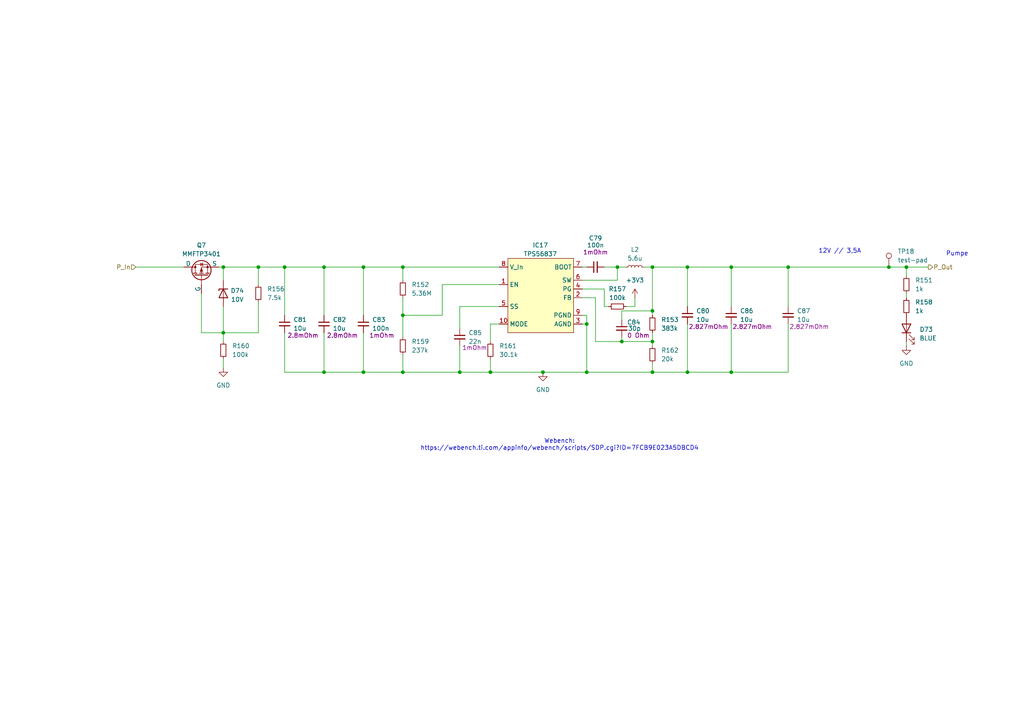
<source format=kicad_sch>
(kicad_sch (version 20231120) (generator "eeschema") (generator_version "8.0")
  (paper "A4")
  (title_block (title "PDU FT25") (date "2025-01-06") (rev "V1.1") (company "Janek Herm") (comment 1 "FaSTTUBe Electronics"))
  (lib_symbols
    (symbol "Connector:TestPoint" (pin_numbers hide) (pin_names (offset 0.762) hide)
      (property "Reference" "TP" (at 0 6.858 0))
      (property "Value" "TestPoint" (at 0 5.08 0))
      (symbol "TestPoint_0_1"
        (circle (center 0 3.302) (radius 0.762))
      )
      (symbol "TestPoint_1_1"
        (pin passive line (at 0 0 90) (length 2.54) (name "1") (number "1"))
      )
    )
    (symbol "Device:C_Small" (pin_numbers hide) (pin_names (offset 0.254) hide)
      (property "Reference" "C" (at 0.254 1.778 0))
      (property "Value" "C_Small" (at 0.254 -2.032 0))
      (symbol "C_Small_0_1"
        (polyline (pts (xy -1.524 -0.508) (xy 1.524 -0.508)) (stroke (width 0.3302)))
        (polyline (pts (xy -1.524 0.508) (xy 1.524 0.508)) (stroke (width 0.3048)))
      )
      (symbol "C_Small_1_1"
        (pin passive line (at 0 2.54 270) (length 2.032) (name "~") (number "1"))
        (pin passive line (at 0 -2.54 90) (length 2.032) (name "~") (number "2"))
      )
    )
    (symbol "Device:D_Zener" (pin_numbers hide) (pin_names (offset 1.016) hide)
      (property "Reference" "D" (at 0 2.54 0))
      (property "Value" "D_Zener" (at 0 -2.54 0))
      (symbol "D_Zener_0_1"
        (polyline (pts (xy 1.27 0) (xy -1.27 0)))
        (polyline (pts (xy -1.27 -1.27) (xy -1.27 1.27) (xy -0.762 1.27)) (stroke (width 0.254)))
        (polyline (pts (xy 1.27 -1.27) (xy 1.27 1.27) (xy -1.27 0) (xy 1.27 -1.27)) (stroke (width 0.254)))
      )
      (symbol "D_Zener_1_1"
        (pin passive line (at -3.81 0 0) (length 2.54) (name "K") (number "1"))
        (pin passive line (at 3.81 0 180) (length 2.54) (name "A") (number "2"))
      )
    )
    (symbol "Device:LED" (pin_numbers hide) (pin_names (offset 1.016) hide)
      (property "Reference" "D" (at 0 2.54 0))
      (property "Value" "LED" (at 0 -2.54 0))
      (symbol "LED_0_1"
        (polyline (pts (xy -1.27 -1.27) (xy -1.27 1.27)) (stroke (width 0.254)))
        (polyline (pts (xy -1.27 0) (xy 1.27 0)))
        (polyline (pts (xy 1.27 -1.27) (xy 1.27 1.27) (xy -1.27 0) (xy 1.27 -1.27)) (stroke (width 0.254)))
        (polyline (pts (xy -3.048 -0.762) (xy -4.572 -2.286) (xy -3.81 -2.286) (xy -4.572 -2.286) (xy -4.572 -1.524)))
        (polyline (pts (xy -1.778 -0.762) (xy -3.302 -2.286) (xy -2.54 -2.286) (xy -3.302 -2.286) (xy -3.302 -1.524)))
      )
      (symbol "LED_1_1"
        (pin passive line (at -3.81 0 0) (length 2.54) (name "K") (number "1"))
        (pin passive line (at 3.81 0 180) (length 2.54) (name "A") (number "2"))
      )
    )
    (symbol "Device:L_Small" (pin_numbers hide) (pin_names (offset 0.254) hide)
      (property "Reference" "L" (at 0.762 1.016 0))
      (property "Value" "L_Small" (at 0.762 -1.016 0))
      (symbol "L_Small_0_1"
        (arc (start 0 -2.032) (mid 0.5058 -1.524) (end 0 -1.016))
        (arc (start 0 -1.016) (mid 0.5058 -0.508) (end 0 0))
        (arc (start 0 0) (mid 0.5058 0.508) (end 0 1.016))
        (arc (start 0 1.016) (mid 0.5058 1.524) (end 0 2.032))
      )
      (symbol "L_Small_1_1"
        (pin passive line (at 0 2.54 270) (length 0.508) (name "~") (number "1"))
        (pin passive line (at 0 -2.54 90) (length 0.508) (name "~") (number "2"))
      )
    )
    (symbol "Device:R_Small" (pin_numbers hide) (pin_names (offset 0.254) hide)
      (property "Reference" "R" (at 0.762 0.508 0))
      (property "Value" "R_Small" (at 0.762 -1.016 0))
      (symbol "R_Small_0_1"
        (rectangle (start -0.762 1.778) (end 0.762 -1.778) (stroke (width 0.2032)))
      )
      (symbol "R_Small_1_1"
        (pin passive line (at 0 2.54 270) (length 0.762) (name "~") (number "1"))
        (pin passive line (at 0 -2.54 90) (length 0.762) (name "~") (number "2"))
      )
    )
    (symbol "FaSTTUBe_Voltage_Regulators:TPS56837"
      (property "Reference" "IC" (at -3.556 10.922 0))
      (property "Value" "TPS56837" (at -3.302 8.636 0))
      (symbol "TPS56837_1_1"
        (rectangle (start -12.7 7.62) (end 6.35 -13.97) (fill (type background)))
        (pin input line (at -15.24 0 0) (length 2.54) (name "EN") (number "1"))
        (pin input line (at -15.24 -11.43 0) (length 2.54) (name "MODE") (number "10"))
        (pin input line (at 8.89 -3.81 180) (length 2.54) (name "FB") (number "2"))
        (pin input line (at 8.89 -11.43 180) (length 2.54) (name "AGND") (number "3"))
        (pin input line (at 8.89 -1.27 180) (length 2.54) (name "PG") (number "4"))
        (pin input line (at -15.24 -6.35 0) (length 2.54) (name "SS") (number "5"))
        (pin input line (at 8.89 1.27 180) (length 2.54) (name "SW") (number "6"))
        (pin input line (at 8.89 5.08 180) (length 2.54) (name "BOOT") (number "7"))
        (pin input line (at -15.24 5.08 0) (length 2.54) (name "V_In") (number "8"))
        (pin input line (at 8.89 -8.89 180) (length 2.54) (name "PGND") (number "9"))
      )
    )
    (symbol "Simulation_SPICE:PMOS" (pin_numbers hide) (pin_names (offset 0))
      (property "Reference" "Q" (at 5.08 1.27 0))
      (property "Value" "PMOS" (at 5.08 -1.27 0))
      (symbol "PMOS_0_1"
        (polyline (pts (xy 0.254 0) (xy -2.54 0)))
        (polyline (pts (xy 0.254 1.905) (xy 0.254 -1.905)) (stroke (width 0.254)))
        (polyline (pts (xy 0.762 -1.27) (xy 0.762 -2.286)) (stroke (width 0.254)))
        (polyline (pts (xy 0.762 0.508) (xy 0.762 -0.508)) (stroke (width 0.254)))
        (polyline (pts (xy 0.762 2.286) (xy 0.762 1.27)) (stroke (width 0.254)))
        (polyline (pts (xy 2.54 2.54) (xy 2.54 1.778)))
        (polyline (pts (xy 2.54 -2.54) (xy 2.54 0) (xy 0.762 0)))
        (polyline (pts (xy 0.762 1.778) (xy 3.302 1.778) (xy 3.302 -1.778) (xy 0.762 -1.778)))
        (polyline (pts (xy 2.286 0) (xy 1.27 0.381) (xy 1.27 -0.381) (xy 2.286 0)) (fill (type outline)))
        (polyline (pts (xy 2.794 -0.508) (xy 2.921 -0.381) (xy 3.683 -0.381) (xy 3.81 -0.254)))
        (polyline (pts (xy 3.302 -0.381) (xy 2.921 0.254) (xy 3.683 0.254) (xy 3.302 -0.381)))
        (circle (center 1.651 0) (radius 2.794) (stroke (width 0.254)))
        (circle (center 2.54 -1.778) (radius 0.254) (fill (type outline)))
        (circle (center 2.54 1.778) (radius 0.254) (fill (type outline)))
      )
      (symbol "PMOS_1_1"
        (pin passive line (at 2.54 5.08 270) (length 2.54) (name "D") (number "1"))
        (pin input line (at -5.08 0 0) (length 2.54) (name "G") (number "2"))
        (pin passive line (at 2.54 -5.08 90) (length 2.54) (name "S") (number "3"))
      )
    )
    (symbol "power:+3.3V" (power) (pin_numbers hide) (pin_names (offset 0) hide)
      (property "Value" "+3.3V" (at 0 3.556 0))
      (symbol "+3.3V_0_1"
        (polyline (pts (xy -0.762 1.27) (xy 0 2.54)))
        (polyline (pts (xy 0 0) (xy 0 2.54)))
        (polyline (pts (xy 0 2.54) (xy 0.762 1.27)))
      )
      (symbol "+3.3V_1_1"
        (pin power_in line (at 0 0 90) (length 0) (name "~") (number "1"))
      )
    )
    (symbol "power:GND" (power) (pin_numbers hide) (pin_names (offset 0) hide)
      (property "Value" "GND" (at 0 -3.81 0))
      (symbol "GND_0_1"
        (polyline (pts (xy 0 0) (xy 0 -1.27) (xy 1.27 -1.27) (xy 0 -2.54) (xy -1.27 -1.27) (xy 0 -1.27)))
      )
      (symbol "GND_1_1"
        (pin power_in line (at 0 0 270) (length 0) (name "~") (number "1"))
      )
    )
  )
  (junction (at 170.18 107.95))
  (junction (at 93.98 107.95))
  (junction (at 212.09 77.47))
  (junction (at 64.77 96.52))
  (junction (at 189.23 107.95))
  (junction (at 74.93 77.47))
  (junction (at 133.35 107.95))
  (junction (at 189.23 77.47))
  (junction (at 180.34 99.06))
  (junction (at 105.41 77.47))
  (junction (at 199.39 107.95))
  (junction (at 179.07 77.47))
  (junction (at 157.48 107.95))
  (junction (at 105.41 107.95))
  (junction (at 257.81 77.47))
  (junction (at 64.77 77.47))
  (junction (at 189.23 99.06))
  (junction (at 262.89 77.47))
  (junction (at 93.98 77.47))
  (junction (at 228.6 77.47))
  (junction (at 189.23 90.17))
  (junction (at 116.84 91.44))
  (junction (at 212.09 107.95))
  (junction (at 142.24 107.95))
  (junction (at 170.18 93.98))
  (junction (at 199.39 77.47))
  (junction (at 116.84 107.95))
  (junction (at 116.84 77.47))
  (junction (at 82.55 77.47))
  (wire (pts (xy 93.98 77.47) (xy 105.41 77.47)))
  (wire (pts (xy 257.81 77.47) (xy 262.89 77.47)))
  (wire (pts (xy 64.77 104.14) (xy 64.77 106.68)))
  (wire (pts (xy 74.93 77.47) (xy 82.55 77.47)))
  (wire (pts (xy 144.78 88.9) (xy 133.35 88.9)))
  (wire (pts (xy 175.26 83.82) (xy 175.26 88.9)))
  (wire (pts (xy 189.23 77.47) (xy 199.39 77.47)))
  (wire (pts (xy 184.15 88.9) (xy 184.15 86.36)))
  (wire (pts (xy 170.18 93.98) (xy 170.18 107.95)))
  (wire (pts (xy 128.27 82.55) (xy 128.27 91.44)))
  (wire (pts (xy 262.89 77.47) (xy 269.24 77.47)))
  (wire (pts (xy 39.37 77.47) (xy 53.34 77.47)))
  (wire (pts (xy 74.93 77.47) (xy 74.93 82.55)))
  (wire (pts (xy 116.84 107.95) (xy 133.35 107.95)))
  (wire (pts (xy 133.35 107.95) (xy 142.24 107.95)))
  (wire (pts (xy 82.55 77.47) (xy 82.55 91.44)))
  (wire (pts (xy 186.69 77.47) (xy 189.23 77.47)))
  (wire (pts (xy 228.6 77.47) (xy 257.81 77.47)))
  (wire (pts (xy 74.93 96.52) (xy 64.77 96.52)))
  (wire (pts (xy 175.26 77.47) (xy 179.07 77.47)))
  (wire (pts (xy 199.39 77.47) (xy 199.39 88.9)))
  (wire (pts (xy 180.34 99.06) (xy 189.23 99.06)))
  (wire (pts (xy 105.41 77.47) (xy 105.41 91.44)))
  (wire (pts (xy 189.23 90.17) (xy 189.23 91.44)))
  (wire (pts (xy 105.41 107.95) (xy 116.84 107.95)))
  (wire (pts (xy 116.84 77.47) (xy 144.78 77.47)))
  (wire (pts (xy 64.77 96.52) (xy 64.77 99.06)))
  (wire (pts (xy 228.6 93.98) (xy 228.6 107.95)))
  (wire (pts (xy 228.6 77.47) (xy 228.6 88.9)))
  (wire (pts (xy 133.35 88.9) (xy 133.35 95.25)))
  (wire (pts (xy 64.77 77.47) (xy 74.93 77.47)))
  (wire (pts (xy 212.09 77.47) (xy 212.09 88.9)))
  (wire (pts (xy 93.98 107.95) (xy 105.41 107.95)))
  (wire (pts (xy 175.26 88.9) (xy 176.53 88.9)))
  (wire (pts (xy 64.77 88.9) (xy 64.77 96.52)))
  (wire (pts (xy 170.18 107.95) (xy 189.23 107.95)))
  (wire (pts (xy 189.23 77.47) (xy 189.23 90.17)))
  (wire (pts (xy 142.24 104.14) (xy 142.24 107.95)))
  (wire (pts (xy 180.34 99.06) (xy 180.34 97.79)))
  (wire (pts (xy 172.72 99.06) (xy 180.34 99.06)))
  (wire (pts (xy 189.23 105.41) (xy 189.23 107.95)))
  (wire (pts (xy 144.78 93.98) (xy 142.24 93.98)))
  (wire (pts (xy 189.23 99.06) (xy 189.23 100.33)))
  (wire (pts (xy 181.61 88.9) (xy 184.15 88.9)))
  (wire (pts (xy 180.34 90.17) (xy 180.34 92.71)))
  (wire (pts (xy 172.72 86.36) (xy 172.72 99.06)))
  (wire (pts (xy 181.61 77.47) (xy 179.07 77.47)))
  (wire (pts (xy 212.09 107.95) (xy 228.6 107.95)))
  (wire (pts (xy 116.84 77.47) (xy 116.84 81.28)))
  (wire (pts (xy 116.84 91.44) (xy 116.84 97.79)))
  (wire (pts (xy 168.91 83.82) (xy 175.26 83.82)))
  (wire (pts (xy 189.23 107.95) (xy 199.39 107.95)))
  (wire (pts (xy 128.27 91.44) (xy 116.84 91.44)))
  (wire (pts (xy 168.91 86.36) (xy 172.72 86.36)))
  (wire (pts (xy 170.18 91.44) (xy 170.18 93.98)))
  (wire (pts (xy 93.98 96.52) (xy 93.98 107.95)))
  (wire (pts (xy 144.78 82.55) (xy 128.27 82.55)))
  (wire (pts (xy 157.48 107.95) (xy 170.18 107.95)))
  (wire (pts (xy 105.41 77.47) (xy 116.84 77.47)))
  (wire (pts (xy 58.42 85.09) (xy 58.42 96.52)))
  (wire (pts (xy 168.91 91.44) (xy 170.18 91.44)))
  (wire (pts (xy 58.42 96.52) (xy 64.77 96.52)))
  (wire (pts (xy 168.91 93.98) (xy 170.18 93.98)))
  (wire (pts (xy 64.77 77.47) (xy 64.77 81.28)))
  (wire (pts (xy 116.84 86.36) (xy 116.84 91.44)))
  (wire (pts (xy 116.84 102.87) (xy 116.84 107.95)))
  (wire (pts (xy 74.93 87.63) (xy 74.93 96.52)))
  (wire (pts (xy 262.89 99.06) (xy 262.89 100.33)))
  (wire (pts (xy 199.39 93.98) (xy 199.39 107.95)))
  (wire (pts (xy 262.89 77.47) (xy 262.89 80.01)))
  (wire (pts (xy 93.98 77.47) (xy 93.98 91.44)))
  (wire (pts (xy 212.09 93.98) (xy 212.09 107.95)))
  (wire (pts (xy 133.35 100.33) (xy 133.35 107.95)))
  (wire (pts (xy 189.23 96.52) (xy 189.23 99.06)))
  (wire (pts (xy 199.39 107.95) (xy 212.09 107.95)))
  (wire (pts (xy 179.07 81.28) (xy 179.07 77.47)))
  (wire (pts (xy 82.55 96.52) (xy 82.55 107.95)))
  (wire (pts (xy 180.34 90.17) (xy 189.23 90.17)))
  (wire (pts (xy 105.41 96.52) (xy 105.41 107.95)))
  (wire (pts (xy 63.5 77.47) (xy 64.77 77.47)))
  (wire (pts (xy 262.89 85.09) (xy 262.89 86.36)))
  (wire (pts (xy 199.39 77.47) (xy 212.09 77.47)))
  (wire (pts (xy 142.24 93.98) (xy 142.24 99.06)))
  (wire (pts (xy 168.91 81.28) (xy 179.07 81.28)))
  (wire (pts (xy 168.91 77.47) (xy 170.18 77.47)))
  (wire (pts (xy 142.24 107.95) (xy 157.48 107.95)))
  (wire (pts (xy 212.09 77.47) (xy 228.6 77.47)))
  (wire (pts (xy 82.55 107.95) (xy 93.98 107.95)))
  (wire (pts (xy 82.55 77.47) (xy 93.98 77.47)))
  (text "12V // 3,5A" (at 243.586 72.898 0) (effects (font (size 1.27 1.27))))
  (text "Webench:\nhttps://webench.ti.com/appinfo/webench/scripts/SDP.cgi?ID=7FCB9E023A5DBCD4" (at 162.306 129.032 0) (effects (font (size 1.27 1.27))))
  (text "Pumpe" (at 277.622 73.66 0) (effects (font (size 1.27 1.27))))
  (hierarchical_label "P_In" (shape input) (at 39.37 77.47 180))
  (hierarchical_label "P_Out" (shape output) (at 269.24 77.47 0))
  (symbol (lib_id "Device:R_Small") (at 116.84 100.33 0) (unit 1)
    (property "Reference" "R159" (at 119.38 99.0599 0) (effects (justify left)))
    (property "Value" "237k" (at 119.38 101.5999 0) (effects (justify left)))
    (property "Footprint" "Resistor_SMD:R_0603_1608Metric" (effects (hide yes)))
    (property "Description" "Resistor, small symbol" (effects (hide yes)))
    (instances (project "FT25_PDU" (path "" (reference "R159") (unit 1)) (path "" (reference "R169") (unit 1))))
  )
  (symbol (lib_id "Device:R_Small") (at 74.93 85.09 0) (unit 1)
    (property "Reference" "R156" (at 77.47 83.8199 0) (effects (justify left)))
    (property "Value" "7.5k" (at 77.47 86.3599 0) (effects (justify left)))
    (property "Footprint" "Resistor_SMD:R_0603_1608Metric" (effects (hide yes)))
    (property "Description" "Resistor, small symbol" (effects (hide yes)))
    (instances (project "FT25_PDU" (path "" (reference "R156") (unit 1)) (path "" (reference "R166") (unit 1))))
  )
  (symbol (lib_id "Device:R_Small") (at 189.23 102.87 0) (unit 1)
    (property "Reference" "R162" (at 191.77 101.5999 0) (effects (justify left)))
    (property "Value" "20k" (at 191.77 104.1399 0) (effects (justify left)))
    (property "Footprint" "Resistor_SMD:R_0603_1608Metric" (effects (hide yes)))
    (property "Description" "Resistor, small symbol" (effects (hide yes)))
    (instances (project "FT25_PDU" (path "" (reference "R162") (unit 1)) (path "" (reference "R172") (unit 1))))
  )
  (symbol (lib_id "power:GND") (at 157.48 107.95 0) (unit 1)
    (property "Reference" "#PWR0208" (effects (hide yes)))
    (property "Value" "GND" (at 157.48 113.03 0))
    (property "Description" "Power symbol creates a global label with name \"GND\" , ground" (effects (hide yes)))
    (instances (project "FT25_PDU" (path "" (reference "#PWR0208") (unit 1)) (path "" (reference "#PWR0212") (unit 1))))
  )
  (symbol (lib_id "power:GND") (at 262.89 100.33 0) (unit 1)
    (property "Reference" "#PWR0204" (effects (hide yes)))
    (property "Value" "GND" (at 262.89 105.41 0))
    (property "Description" "Power symbol creates a global label with name \"GND\" , ground" (effects (hide yes)))
    (instances (project "FT25_PDU" (path "" (reference "#PWR0204") (unit 1)) (path "" (reference "#PWR0210") (unit 1))))
  )
  (symbol (lib_id "Simulation_SPICE:PMOS") (at 58.42 80.01 90) (unit 1)
    (property "Reference" "Q7" (at 58.42 71.12 90))
    (property "Value" "MMFTP3401" (at 58.42 73.66 90))
    (property "Footprint" "Package_TO_SOT_SMD:SOT-23" (effects (hide yes)))
    (property "Datasheet" "https://diotec.com/request/datasheet/mmftp3401.pdf" (effects (hide yes)))
    (property "Description" "P-MOSFET transistor, drain/source/gate" (effects (hide yes)))
    (property "Sim.Device" "PMOS" (effects (hide yes)))
    (property "Sim.Type" "VDMOS" (effects (hide yes)))
    (property "Sim.Pins" "1=D 2=G 3=S" (effects (hide yes)))
    (instances (project "FT25_PDU" (path "" (reference "Q7") (unit 1)) (path "" (reference "Q8") (unit 1))))
  )
  (symbol (lib_id "Device:C_Small") (at 199.39 91.44 0) (unit 1)
    (property "Reference" "C80" (at 201.93 90.1762 0) (effects (justify left)))
    (property "Value" "10u" (at 201.93 92.7162 0) (effects (justify left)))
    (property "Footprint" "Capacitor_SMD:C_1210_3225Metric" (effects (hide yes)))
    (property "Description" "Unpolarized capacitor, small symbol" (effects (hide yes)))
    (property "Resistance" "2.827mOhm" (at 205.486 94.742 0))
    (instances (project "FT25_PDU" (path "" (reference "C80") (unit 1)) (path "" (reference "C89") (unit 1))))
  )
  (symbol (lib_id "Device:C_Small") (at 105.41 93.98 0) (unit 1)
    (property "Reference" "C83" (at 107.95 92.7162 0) (effects (justify left)))
    (property "Value" "100n" (at 107.95 95.2562 0) (effects (justify left)))
    (property "Footprint" "Capacitor_SMD:C_0805_2012Metric" (effects (hide yes)))
    (property "Description" "Unpolarized capacitor, small symbol" (effects (hide yes)))
    (property "Resistance" "1mOhm" (at 110.744 97.282 0))
    (instances (project "FT25_PDU" (path "" (reference "C83") (unit 1)) (path "" (reference "C94") (unit 1))))
  )
  (symbol (lib_id "Device:L_Small") (at 184.15 77.47 90) (unit 1)
    (property "Reference" "L2" (at 184.15 72.39 90))
    (property "Value" "5.6u" (at 184.15 74.93 90))
    (property "Footprint" "74439346056:74439346056" (effects (hide yes)))
    (property "Datasheet" "https://www.we-online.com/components/products/datasheet/74439346056.pdf" (effects (hide yes)))
    (property "Description" "Inductor, small symbol" (effects (hide yes)))
    (instances (project "FT25_PDU" (path "" (reference "L2") (unit 1)) (path "" (reference "L4") (unit 1))))
  )
  (symbol (lib_id "Device:LED") (at 262.89 95.25 90) (unit 1)
    (property "Reference" "D73" (at 266.7 95.5674 90) (effects (justify right)))
    (property "Value" "BLUE" (at 266.7 98.1074 90) (effects (justify right)))
    (property "Footprint" "LED_SMD:LED_0603_1608Metric" (effects (hide yes)))
    (property "Datasheet" "https://www.we-online.com/components/products/datasheet/150060BS75000.pdf" (effects (hide yes)))
    (property "Description" "Light emitting diode" (effects (hide yes)))
    (property "MPR" "150060BS75000" (effects (hide yes)))
    (instances (project "FT25_PDU" (path "" (reference "D73") (unit 1)) (path "" (reference "D75") (unit 1))))
  )
  (symbol (lib_id "Device:C_Small") (at 172.72 77.47 90) (unit 1)
    (property "Reference" "C79" (at 172.7263 69.088 90))
    (property "Value" "100n" (at 172.7263 71.12 90))
    (property "Footprint" "Capacitor_SMD:C_0603_1608Metric" (effects (hide yes)))
    (property "Description" "Unpolarized capacitor, small symbol" (effects (hide yes)))
    (property "Resistance" "1mOhm" (at 172.72 73.152 90))
    (instances (project "FT25_PDU" (path "" (reference "C79") (unit 1)) (path "" (reference "C88") (unit 1))))
  )
  (symbol (lib_id "Device:C_Small") (at 228.6 91.44 0) (unit 1)
    (property "Reference" "C87" (at 231.14 90.1762 0) (effects (justify left)))
    (property "Value" "10u" (at 231.14 92.7162 0) (effects (justify left)))
    (property "Footprint" "Capacitor_SMD:C_1210_3225Metric" (effects (hide yes)))
    (property "Description" "Unpolarized capacitor, small symbol" (effects (hide yes)))
    (property "Resistance" "2.827mOhm" (at 234.696 94.742 0))
    (instances (project "FT25_PDU" (path "" (reference "C87") (unit 1)) (path "" (reference "C91") (unit 1))))
  )
  (symbol (lib_id "Device:C_Small") (at 212.09 91.44 0) (unit 1)
    (property "Reference" "C86" (at 214.63 90.1762 0) (effects (justify left)))
    (property "Value" "10u" (at 214.63 92.7162 0) (effects (justify left)))
    (property "Footprint" "Capacitor_SMD:C_1210_3225Metric" (effects (hide yes)))
    (property "Description" "Unpolarized capacitor, small symbol" (effects (hide yes)))
    (property "Resistance" "2.827mOhm" (at 218.186 94.742 0))
    (instances (project "FT25_PDU" (path "" (reference "C86") (unit 1)) (path "" (reference "C90") (unit 1))))
  )
  (symbol (lib_id "Device:R_Small") (at 189.23 93.98 0) (unit 1)
    (property "Reference" "R153" (at 191.77 92.7099 0) (effects (justify left)))
    (property "Value" "383k" (at 191.77 95.2499 0) (effects (justify left)))
    (property "Footprint" "Resistor_SMD:R_0603_1608Metric" (effects (hide yes)))
    (property "Description" "Resistor, small symbol" (effects (hide yes)))
    (instances (project "FT25_PDU" (path "" (reference "R153") (unit 1)) (path "" (reference "R165") (unit 1))))
  )
  (symbol (lib_id "power:+3.3V") (at 184.15 86.36 0) (unit 1)
    (property "Reference" "#PWR0203" (effects (hide yes)))
    (property "Value" "+3V3" (at 184.15 81.28 0))
    (property "Description" "Power symbol creates a global label with name \"+3.3V\"" (effects (hide yes)))
    (instances (project "FT25_PDU" (path "" (reference "#PWR0203") (unit 1)) (path "" (reference "#PWR0209") (unit 1))))
  )
  (symbol (lib_id "FaSTTUBe_Voltage_Regulators:TPS56837") (at 160.02 82.55 0) (unit 1)
    (property "Reference" "IC17" (at 156.718 71.12 0))
    (property "Value" "TPS56837" (at 156.718 73.66 0))
    (property "Footprint" "TPS56837:TPS56837" (effects (hide yes)))
    (property "Datasheet" "https://www.ti.com/lit/ds/symlink/tps56837.pdf?ts=1731338435977" (effects (hide yes)))
    (instances (project "FT25_PDU" (path "" (reference "IC17") (unit 1)) (path "" (reference "IC18") (unit 1))))
  )
  (symbol (lib_id "Connector:TestPoint") (at 257.81 77.47 0) (unit 1)
    (property "Reference" "TP18" (at 260.35 72.8979 0) (effects (justify left)))
    (property "Value" "test-pad" (at 260.35 75.4379 0) (effects (justify left)))
    (property "Footprint" "5025:5025" (effects (hide yes)))
    (property "Description" "test point" (effects (hide yes)))
    (instances (project "FT25_PDU" (path "" (reference "TP18") (unit 1)) (path "" (reference "TP19") (unit 1))))
  )
  (symbol (lib_id "Device:C_Small") (at 82.55 93.98 0) (unit 1)
    (property "Reference" "C81" (at 85.09 92.7162 0) (effects (justify left)))
    (property "Value" "10u" (at 85.09 95.2562 0) (effects (justify left)))
    (property "Footprint" "Capacitor_SMD:C_1210_3225Metric" (effects (hide yes)))
    (property "Description" "Unpolarized capacitor, small symbol" (effects (hide yes)))
    (property "Resistance" "2.8mOhm" (at 87.884 97.282 0))
    (instances (project "FT25_PDU" (path "" (reference "C81") (unit 1)) (path "" (reference "C92") (unit 1))))
  )
  (symbol (lib_id "Device:R_Small") (at 142.24 101.6 0) (unit 1)
    (property "Reference" "R161" (at 144.78 100.3299 0) (effects (justify left)))
    (property "Value" "30.1k" (at 144.78 102.8699 0) (effects (justify left)))
    (property "Footprint" "Resistor_SMD:R_0603_1608Metric" (effects (hide yes)))
    (property "Description" "Resistor, small symbol" (effects (hide yes)))
    (instances (project "FT25_PDU" (path "" (reference "R161") (unit 1)) (path "" (reference "R171") (unit 1))))
  )
  (symbol (lib_id "Device:R_Small") (at 262.89 82.55 0) (unit 1)
    (property "Reference" "R151" (at 265.43 81.2799 0) (effects (justify left)))
    (property "Value" "1k" (at 265.43 83.8199 0) (effects (justify left)))
    (property "Footprint" "Resistor_SMD:R_0603_1608Metric" (effects (hide yes)))
    (property "Description" "Resistor, small symbol" (effects (hide yes)))
    (instances (project "FT25_PDU" (path "" (reference "R151") (unit 1)) (path "" (reference "R163") (unit 1))))
  )
  (symbol (lib_id "Device:R_Small") (at 64.77 101.6 0) (unit 1)
    (property "Reference" "R160" (at 67.31 100.3299 0) (effects (justify left)))
    (property "Value" "100k" (at 67.31 102.8699 0) (effects (justify left)))
    (property "Footprint" "Resistor_SMD:R_0603_1608Metric" (effects (hide yes)))
    (property "Description" "Resistor, small symbol" (effects (hide yes)))
    (instances (project "FT25_PDU" (path "" (reference "R160") (unit 1)) (path "" (reference "R170") (unit 1))))
  )
  (symbol (lib_id "Device:R_Small") (at 179.07 88.9 90) (unit 1)
    (property "Reference" "R157" (at 179.07 83.82 90))
    (property "Value" "100k" (at 179.07 86.36 90))
    (property "Footprint" "Resistor_SMD:R_0603_1608Metric" (effects (hide yes)))
    (property "Description" "Resistor, small symbol" (effects (hide yes)))
    (instances (project "FT25_PDU" (path "" (reference "R157") (unit 1)) (path "" (reference "R167") (unit 1))))
  )
  (symbol (lib_id "Device:R_Small") (at 116.84 83.82 0) (unit 1)
    (property "Reference" "R152" (at 119.38 82.5499 0) (effects (justify left)))
    (property "Value" "5.36M" (at 119.38 85.0899 0) (effects (justify left)))
    (property "Footprint" "Resistor_SMD:R_0603_1608Metric" (effects (hide yes)))
    (property "Description" "Resistor, small symbol" (effects (hide yes)))
    (instances (project "FT25_PDU" (path "" (reference "R152") (unit 1)) (path "" (reference "R164") (unit 1))))
  )
  (symbol (lib_id "Device:C_Small") (at 180.34 95.25 0) (unit 1)
    (property "Reference" "C84" (at 181.864 93.4782 0) (effects (justify left)))
    (property "Value" "30p" (at 182.118 95.2562 0) (effects (justify left)))
    (property "Footprint" "Capacitor_SMD:C_0603_1608Metric" (effects (hide yes)))
    (property "Description" "Unpolarized capacitor, small symbol" (effects (hide yes)))
    (property "Resistance" "0 Ohm" (at 185.166 97.282 0))
    (instances (project "FT25_PDU" (path "" (reference "C84") (unit 1)) (path "" (reference "C95") (unit 1))))
  )
  (symbol (lib_id "Device:D_Zener") (at 64.77 85.09 90) (mirror x) (unit 1)
    (property "Reference" "D74" (at 68.834 84.328 90))
    (property "Value" "10V" (at 68.834 86.868 90))
    (property "Footprint" "3SMAJ5934B-TP:DIOM5226X244N" (effects (hide yes)))
    (property "Datasheet" "https://www.mouser.de/datasheet/2/258/3SMAJ5918B_3SMAJ5956B_SMA_-3423242.pdf" (effects (hide yes)))
    (property "Description" "Zener diode" (effects (hide yes)))
    (property "MPR" "3SMAJ5925B" (effects (hide yes)))
    (instances (project "FT25_PDU" (path "" (reference "D74") (unit 1)) (path "" (reference "D72") (unit 1))))
  )
  (symbol (lib_id "power:GND") (at 64.77 106.68 0) (unit 1)
    (property "Reference" "#PWR0207" (effects (hide yes)))
    (property "Value" "GND" (at 64.77 111.76 0))
    (property "Description" "Power symbol creates a global label with name \"GND\" , ground" (effects (hide yes)))
    (instances (project "FT25_PDU" (path "" (reference "#PWR0207") (unit 1)) (path "" (reference "#PWR0211") (unit 1))))
  )
  (symbol (lib_id "Device:C_Small") (at 93.98 93.98 0) (unit 1)
    (property "Reference" "C82" (at 96.52 92.7162 0) (effects (justify left)))
    (property "Value" "10u" (at 96.52 95.2562 0) (effects (justify left)))
    (property "Footprint" "Capacitor_SMD:C_1210_3225Metric" (effects (hide yes)))
    (property "Description" "Unpolarized capacitor, small symbol" (effects (hide yes)))
    (property "Resistance" "2.8mOhm" (at 99.314 97.282 0))
    (instances (project "FT25_PDU" (path "" (reference "C82") (unit 1)) (path "" (reference "C93") (unit 1))))
  )
  (symbol (lib_id "Device:R_Small") (at 262.89 88.9 0) (unit 1)
    (property "Reference" "R158" (at 265.43 87.6299 0) (effects (justify left)))
    (property "Value" "1k" (at 265.43 90.1699 0) (effects (justify left)))
    (property "Footprint" "Resistor_SMD:R_0603_1608Metric" (effects (hide yes)))
    (property "Description" "Resistor, small symbol" (effects (hide yes)))
    (instances (project "FT25_PDU" (path "" (reference "R158") (unit 1)) (path "" (reference "R168") (unit 1))))
  )
  (symbol (lib_id "Device:C_Small") (at 133.35 97.79 0) (unit 1)
    (property "Reference" "C85" (at 135.89 96.5262 0) (effects (justify left)))
    (property "Value" "22n" (at 135.89 99.0662 0) (effects (justify left)))
    (property "Footprint" "Capacitor_SMD:C_0603_1608Metric" (effects (hide yes)))
    (property "Description" "Unpolarized capacitor, small symbol" (effects (hide yes)))
    (property "Resistance" "1mOhm" (at 137.668 100.838 0))
    (instances (project "FT25_PDU" (path "" (reference "C85") (unit 1)) (path "" (reference "C96") (unit 1))))
  )
)
</source>
